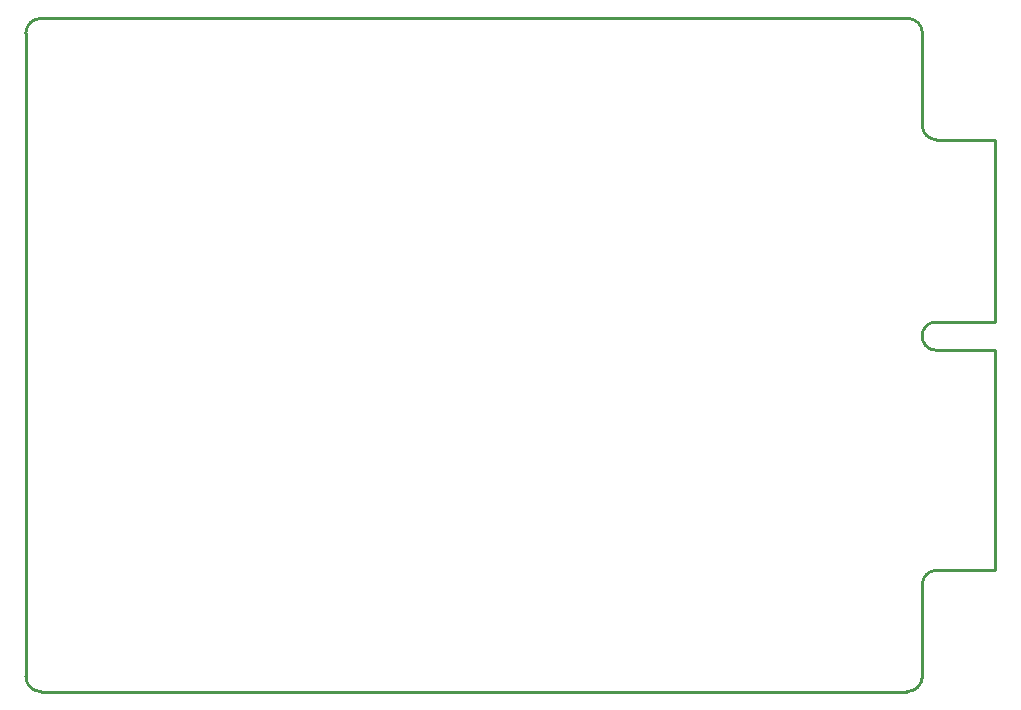
<source format=gko>
G04 Layer_Color=16711935*
%FSLAX23Y23*%
%MOIN*%
G70*
G01*
G75*
%ADD15C,0.010*%
D15*
X0Y-1072D02*
G03*
X50Y-1122I50J0D01*
G01*
Y1122D02*
G03*
X0Y1072I0J-50D01*
G01*
X3035Y-718D02*
G03*
X2988Y-765I0J-47D01*
G01*
X2938Y-1122D02*
G03*
X2988Y-1072I0J50D01*
G01*
X3035Y110D02*
G03*
X3035Y16I0J-47D01*
G01*
X2988Y765D02*
G03*
X3035Y718I47J0D01*
G01*
X2989Y1072D02*
G03*
X2939Y1122I-50J0D01*
G01*
X50Y-1122D02*
X2938D01*
X0Y-1072D02*
Y1072D01*
X50Y1122D02*
X2938D01*
X2988Y765D02*
Y1072D01*
Y-1078D02*
Y-765D01*
X3035Y-717D02*
X3232D01*
Y16D01*
X3035Y110D02*
X3232D01*
X3035Y16D02*
X3232D01*
X3035Y718D02*
X3232D01*
Y110D02*
Y718D01*
M02*

</source>
